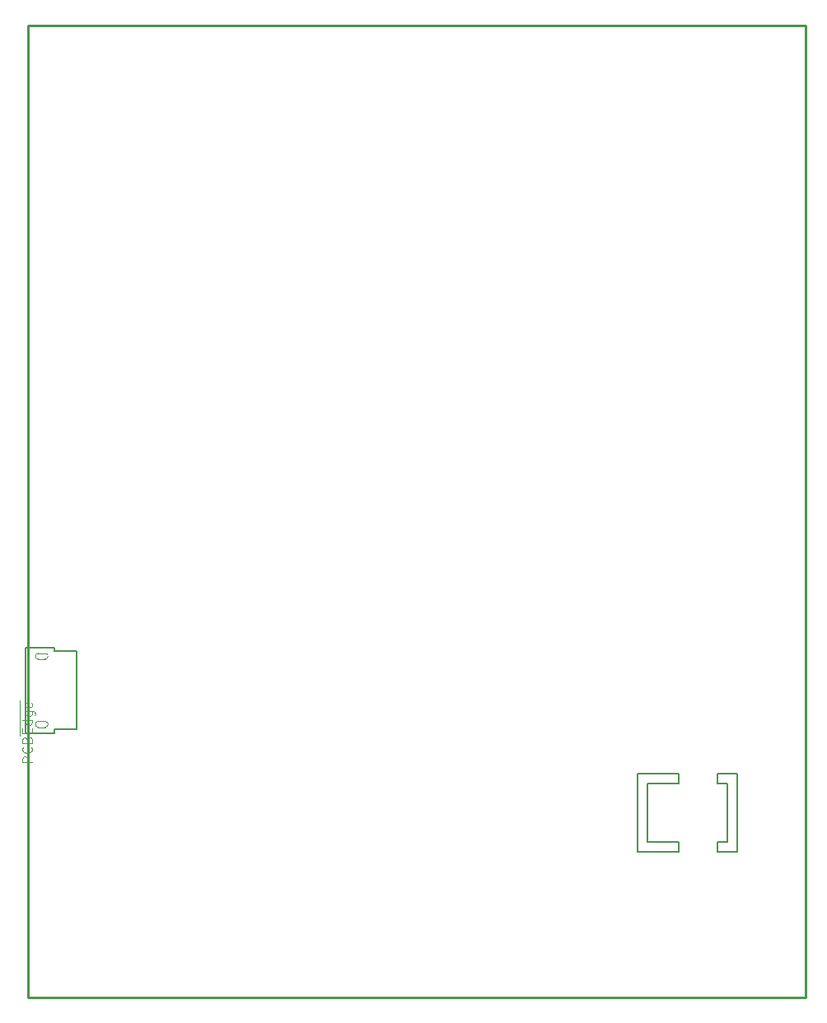
<source format=gbr>
G04 #@! TF.GenerationSoftware,KiCad,Pcbnew,5.1.5+dfsg1-2build2*
G04 #@! TF.CreationDate,2021-09-29T14:40:33+01:00*
G04 #@! TF.ProjectId,OSM_env01,4f534d5f-656e-4763-9031-2e6b69636164,B*
G04 #@! TF.SameCoordinates,Original*
G04 #@! TF.FileFunction,Other,ECO1*
%FSLAX46Y46*%
G04 Gerber Fmt 4.6, Leading zero omitted, Abs format (unit mm)*
G04 Created by KiCad (PCBNEW 5.1.5+dfsg1-2build2) date 2021-09-29 14:40:33*
%MOMM*%
%LPD*%
G04 APERTURE LIST*
%ADD10C,0.150000*%
%ADD11C,0.254000*%
%ADD12C,0.100000*%
%ADD13C,0.127000*%
%ADD14C,0.050000*%
G04 APERTURE END LIST*
D10*
X155600000Y-113200000D02*
X155600000Y-105200000D01*
X153600000Y-105200000D02*
X155600000Y-105200000D01*
X153600000Y-113200000D02*
X153600000Y-112200000D01*
X153600000Y-113200000D02*
X155600000Y-113200000D01*
X145400000Y-113200000D02*
X145400000Y-105200000D01*
X153600000Y-106200000D02*
X153600000Y-105200000D01*
X149600000Y-106200000D02*
X149600000Y-105200000D01*
X149600000Y-113200000D02*
X145400000Y-113200000D01*
X149600000Y-112200000D02*
X149600000Y-113200000D01*
X147400000Y-112200000D02*
X149600000Y-112200000D01*
X147400000Y-106200000D02*
X149600000Y-106200000D01*
X146400000Y-106200000D02*
X147400000Y-106200000D01*
X146400000Y-112200000D02*
X146400000Y-106200000D01*
X147400000Y-112200000D02*
X146400000Y-112200000D01*
X149600000Y-105200000D02*
X145400000Y-105200000D01*
X153600000Y-112200000D02*
X154600000Y-112200000D01*
X153600000Y-106200000D02*
X154600000Y-106200000D01*
X154600000Y-112200000D02*
X154600000Y-106200000D01*
D11*
X162700000Y-128200000D02*
X162700000Y-28200000D01*
X82700000Y-128200000D02*
X82700000Y-28200000D01*
X82700000Y-28200000D02*
X162700000Y-28200000D01*
X82700000Y-128200000D02*
X162700000Y-128200000D01*
D12*
X84500000Y-92800000D02*
G75*
G02X84500000Y-93400000I0J-300000D01*
G01*
X83800000Y-92800000D02*
X84500000Y-92800000D01*
X84500000Y-93400000D02*
X83800000Y-93400000D01*
X83800000Y-93400000D02*
G75*
G02X83800000Y-92800000I0J300000D01*
G01*
X84500000Y-99800000D02*
G75*
G02X84500000Y-100400000I0J-300000D01*
G01*
X83800000Y-99800000D02*
X84500000Y-99800000D01*
X84500000Y-100400000D02*
X83800000Y-100400000D01*
X83800000Y-100400000D02*
G75*
G02X83800000Y-99800000I0J300000D01*
G01*
D13*
X87750000Y-92600000D02*
X85450000Y-92600000D01*
X85450000Y-92600000D02*
X85450000Y-92200000D01*
X85450000Y-92200000D02*
X82450000Y-92200000D01*
X82450000Y-92200000D02*
X82450000Y-101000000D01*
X82450000Y-101000000D02*
X85450000Y-101000000D01*
X85450000Y-101000000D02*
X85450000Y-100600000D01*
X85450000Y-100600000D02*
X87750000Y-100600000D01*
X87750000Y-100600000D02*
X87750000Y-92600000D01*
D14*
X83149820Y-104005299D02*
X82149820Y-104005299D01*
X82149820Y-103624346D01*
X82197440Y-103529108D01*
X82245059Y-103481489D01*
X82340297Y-103433870D01*
X82483154Y-103433870D01*
X82578392Y-103481489D01*
X82626011Y-103529108D01*
X82673630Y-103624346D01*
X82673630Y-104005299D01*
X83054582Y-102433870D02*
X83102201Y-102481489D01*
X83149820Y-102624346D01*
X83149820Y-102719584D01*
X83102201Y-102862441D01*
X83006963Y-102957680D01*
X82911725Y-103005299D01*
X82721249Y-103052918D01*
X82578392Y-103052918D01*
X82387916Y-103005299D01*
X82292678Y-102957680D01*
X82197440Y-102862441D01*
X82149820Y-102719584D01*
X82149820Y-102624346D01*
X82197440Y-102481489D01*
X82245059Y-102433870D01*
X82626011Y-101671965D02*
X82673630Y-101529108D01*
X82721249Y-101481489D01*
X82816487Y-101433870D01*
X82959344Y-101433870D01*
X83054582Y-101481489D01*
X83102201Y-101529108D01*
X83149820Y-101624346D01*
X83149820Y-102005299D01*
X82149820Y-102005299D01*
X82149820Y-101671965D01*
X82197440Y-101576727D01*
X82245059Y-101529108D01*
X82340297Y-101481489D01*
X82435535Y-101481489D01*
X82530773Y-101529108D01*
X82578392Y-101576727D01*
X82626011Y-101671965D01*
X82626011Y-102005299D01*
X81912440Y-101243394D02*
X81912440Y-100338632D01*
X82626011Y-101005299D02*
X82626011Y-100671965D01*
X83149820Y-100529108D02*
X83149820Y-101005299D01*
X82149820Y-101005299D01*
X82149820Y-100529108D01*
X81912440Y-100338632D02*
X81912440Y-99433870D01*
X83149820Y-99671965D02*
X82149820Y-99671965D01*
X83102201Y-99671965D02*
X83149820Y-99767203D01*
X83149820Y-99957680D01*
X83102201Y-100052918D01*
X83054582Y-100100537D01*
X82959344Y-100148156D01*
X82673630Y-100148156D01*
X82578392Y-100100537D01*
X82530773Y-100052918D01*
X82483154Y-99957680D01*
X82483154Y-99767203D01*
X82530773Y-99671965D01*
X81912440Y-99433870D02*
X81912440Y-98529108D01*
X82483154Y-98767203D02*
X83292678Y-98767203D01*
X83387916Y-98814822D01*
X83435535Y-98862441D01*
X83483154Y-98957680D01*
X83483154Y-99100537D01*
X83435535Y-99195775D01*
X83102201Y-98767203D02*
X83149820Y-98862441D01*
X83149820Y-99052918D01*
X83102201Y-99148156D01*
X83054582Y-99195775D01*
X82959344Y-99243394D01*
X82673630Y-99243394D01*
X82578392Y-99195775D01*
X82530773Y-99148156D01*
X82483154Y-99052918D01*
X82483154Y-98862441D01*
X82530773Y-98767203D01*
X81912440Y-98529108D02*
X81912440Y-97671965D01*
X83102201Y-97910060D02*
X83149820Y-98005299D01*
X83149820Y-98195775D01*
X83102201Y-98291013D01*
X83006963Y-98338632D01*
X82626011Y-98338632D01*
X82530773Y-98291013D01*
X82483154Y-98195775D01*
X82483154Y-98005299D01*
X82530773Y-97910060D01*
X82626011Y-97862441D01*
X82721249Y-97862441D01*
X82816487Y-98338632D01*
M02*

</source>
